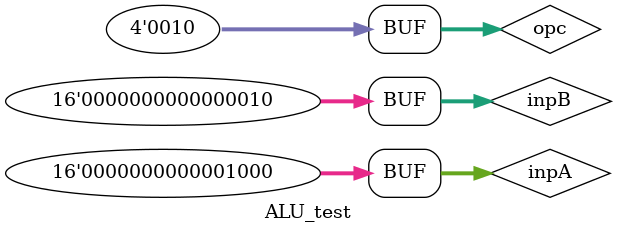
<source format=v>
`timescale 1ns / 1ps


module ALU_test;

	// Inputs
	reg [15:0] inpA;
	reg [15:0] inpB;
	reg [3:0] opc;

	// Outputs
	wire [15:0] res;

	// Instantiate the Unit Under Test (UUT)
	ALU uut (
		.inpA(inpA), 
		.inpB(inpB), 
		.opc(opc), 
		.res(res)
	);

	initial begin
		inpA = 8 ;
		inpB = 2 ;

		opc = 0 ;// 8+2 = 10
		#100;
      opc = 1 ;// 8-2 = 6
		#100;
      opc = 3 ;// 8(0000000000001000) or 2(0000000000000010) = 10(0000000000001010) 
		#100;
      opc = 4 ;// 8(0000000000001000) and 2(0000000000000010) = 0(0000000000000000)
		#100;
      opc = 5 ;// 8<<2 = 32
		#100;
      opc = 2 ;// 8<2  = 1 
		#100; 
		//$finish;

	end
      
endmodule


</source>
